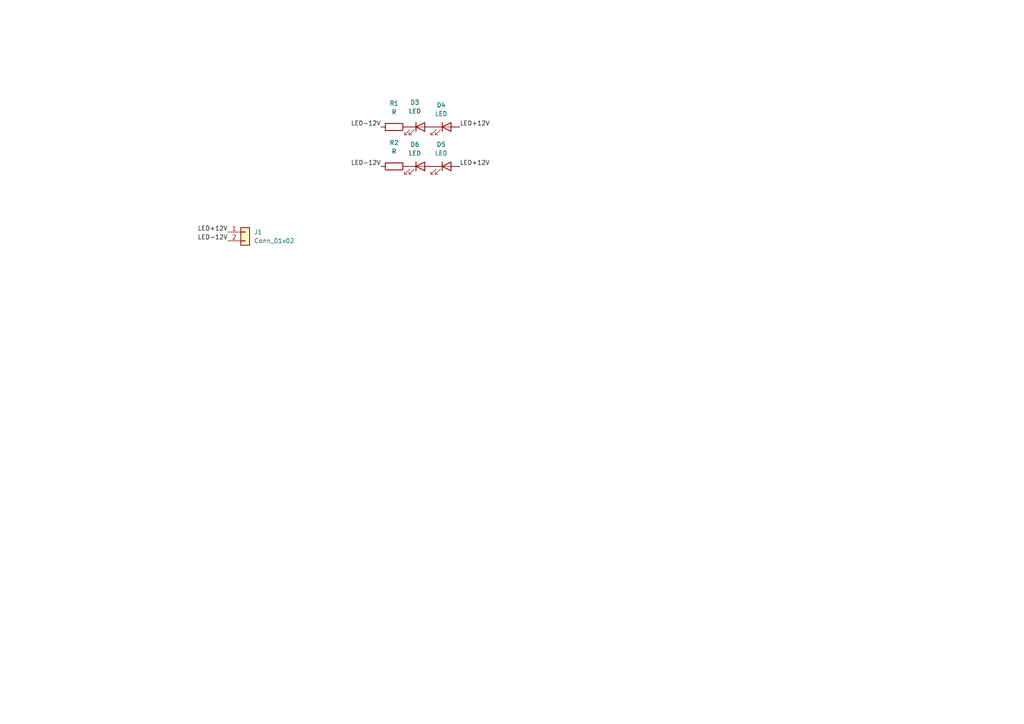
<source format=kicad_sch>
(kicad_sch (version 20231120) (generator "eeschema") (generator_version "8.0")
  (paper "A4")
  (lib_symbols
    (symbol "Connector_Generic:Conn_01x02" (pin_names (offset 1.016) hide)
      (property "Reference" "J" (at 0 2.54 0))
      (property "Value" "Conn_01x02" (at 0 -5.08 0))
      (symbol "Conn_01x02_1_1"
        (rectangle (start -1.27 -2.413) (end 0 -2.667) (stroke (width 0.1524)))
        (rectangle (start -1.27 0.127) (end 0 -0.127) (stroke (width 0.1524)))
        (rectangle (start -1.27 1.27) (end 1.27 -3.81) (stroke (width 0.254)) (fill (type background)))
        (pin passive line (at -5.08 0 0) (length 3.81) (name "Pin_1") (number "1"))
        (pin passive line (at -5.08 -2.54 0) (length 3.81) (name "Pin_2") (number "2"))
      )
    )
    (symbol "Device:LED" (pin_numbers hide) (pin_names (offset 1.016) hide)
      (property "Reference" "D" (at 0 2.54 0))
      (property "Value" "LED" (at 0 -2.54 0))
      (symbol "LED_0_1"
        (polyline (pts (xy -1.27 -1.27) (xy -1.27 1.27)) (stroke (width 0.254)))
        (polyline (pts (xy -1.27 0) (xy 1.27 0)))
        (polyline (pts (xy 1.27 -1.27) (xy 1.27 1.27) (xy -1.27 0) (xy 1.27 -1.27)) (stroke (width 0.254)))
        (polyline (pts (xy -3.048 -0.762) (xy -4.572 -2.286) (xy -3.81 -2.286) (xy -4.572 -2.286) (xy -4.572 -1.524)))
        (polyline (pts (xy -1.778 -0.762) (xy -3.302 -2.286) (xy -2.54 -2.286) (xy -3.302 -2.286) (xy -3.302 -1.524)))
      )
      (symbol "LED_1_1"
        (pin passive line (at -3.81 0 0) (length 2.54) (name "K") (number "1"))
        (pin passive line (at 3.81 0 180) (length 2.54) (name "A") (number "2"))
      )
    )
    (symbol "Device:R" (pin_numbers hide) (pin_names (offset 0))
      (property "Reference" "R" (at 2.032 0 90))
      (property "Value" "R" (at 0 0 90))
      (symbol "R_0_1"
        (rectangle (start -1.016 -2.54) (end 1.016 2.54) (stroke (width 0.254)))
      )
      (symbol "R_1_1"
        (pin passive line (at 0 3.81 270) (length 1.27) (name "~") (number "1"))
        (pin passive line (at 0 -3.81 90) (length 1.27) (name "~") (number "2"))
      )
    )
  )
  (label "LED-12V" (at 110.49 48.26 180))
  (label "LED+12V" (at 133.35 48.26 0))
  (label "LED+12V" (at 133.35 36.83 0))
  (label "LED-12V" (at 66.04 69.85 180))
  (label "LED-12V" (at 110.49 36.83 180))
  (label "LED+12V" (at 66.04 67.31 180))
  (symbol (lib_id "Device:R") (at 114.3 48.26 90) (unit 1)
    (property "Reference" "R2" (at 114.3 41.402 90))
    (property "Value" "R" (at 114.3 43.942 90))
    (property "Footprint" "Resistor_SMD:R_0805_2012Metric" (effects (hide yes)))
  )
  (symbol (lib_id "Device:LED") (at 121.92 36.83 0) (unit 1)
    (property "Reference" "D3" (at 120.3325 29.718 0))
    (property "Value" "LED" (at 120.3325 32.258 0))
    (property "Footprint" "LED_SMD:LED_0805_2012Metric" (effects (hide yes)))
  )
  (symbol (lib_id "Device:LED") (at 129.54 36.83 0) (unit 1)
    (property "Reference" "D4" (at 127.9525 30.48 0))
    (property "Value" "LED" (at 127.9525 33.02 0))
    (property "Footprint" "LED_SMD:LED_0805_2012Metric" (effects (hide yes)))
  )
  (symbol (lib_id "Connector_Generic:Conn_01x02") (at 71.12 67.31 0) (unit 1)
    (property "Reference" "J1" (at 73.66 67.3099 0) (effects (justify left)))
    (property "Value" "Conn_01x02" (at 73.66 69.8499 0) (effects (justify left)))
    (property "Footprint" "Connector_PinSocket_2.54mm:PinSocket_1x02_P2.54mm_Vertical" (effects (hide yes)))
    (property "Description" "Generic connector, single row, 01x02, script generated (kicad-library-utils/schlib/autogen/connector/)" (effects (hide yes)))
  )
  (symbol (lib_id "Device:LED") (at 121.92 48.26 0) (unit 1)
    (property "Reference" "D6" (at 120.3325 41.91 0))
    (property "Value" "LED" (at 120.3325 44.45 0))
    (property "Footprint" "LED_SMD:LED_0805_2012Metric" (effects (hide yes)))
  )
  (symbol (lib_id "Device:R") (at 114.3 36.83 90) (unit 1)
    (property "Reference" "R1" (at 114.3 29.972 90))
    (property "Value" "R" (at 114.3 32.512 90))
    (property "Footprint" "Resistor_SMD:R_0805_2012Metric" (effects (hide yes)))
  )
  (symbol (lib_id "Device:LED") (at 129.54 48.26 0) (unit 1)
    (property "Reference" "D5" (at 127.9525 41.91 0))
    (property "Value" "LED" (at 127.9525 44.45 0))
    (property "Footprint" "LED_SMD:LED_0805_2012Metric" (effects (hide yes)))
  )
)
</source>
